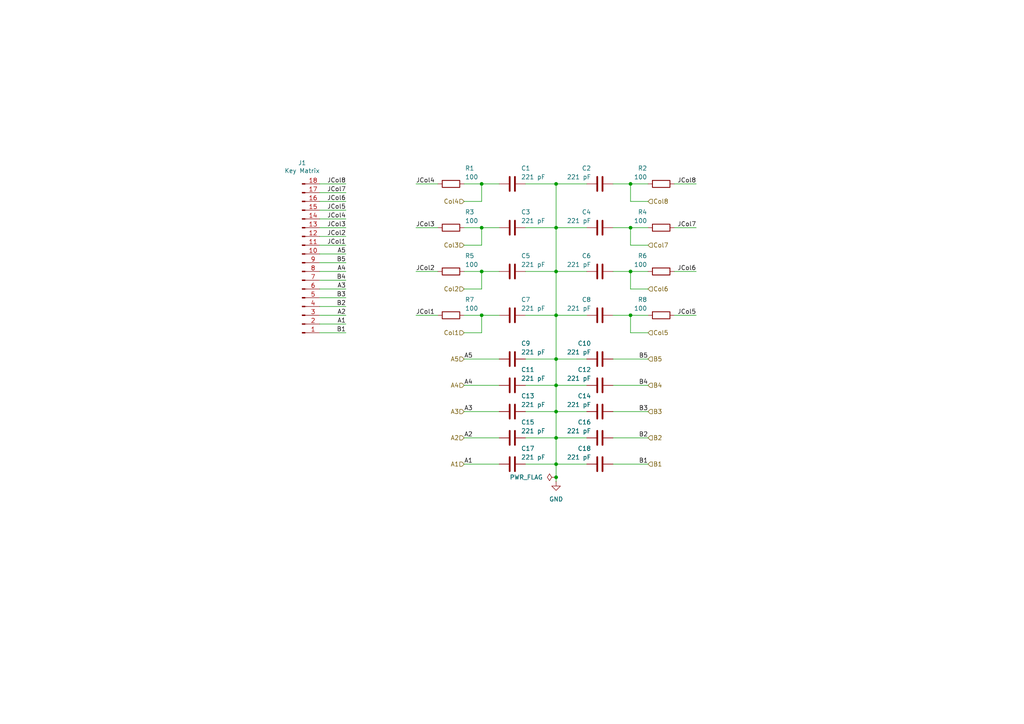
<source format=kicad_sch>
(kicad_sch (version 20250114) (generator "eeschema") (generator_version "9.0")
  (paper "A4")
  (lib_symbols
    (symbol "Connector:Conn_01x18_Pin" (pin_names (offset 1.016) (hide yes))
      (property "Reference" "J" (at 0 22.86 0))
      (property "Value" "Conn_01x18_Pin" (at 0 -25.4 0))
      (symbol "Conn_01x18_Pin_1_1"
        (rectangle (start 0.8636 20.447) (end 0 20.193) (stroke (width 0.1524)) (fill (type outline)))
        (rectangle (start 0.8636 17.907) (end 0 17.653) (stroke (width 0.1524)) (fill (type outline)))
        (rectangle (start 0.8636 15.367) (end 0 15.113) (stroke (width 0.1524)) (fill (type outline)))
        (rectangle (start 0.8636 12.827) (end 0 12.573) (stroke (width 0.1524)) (fill (type outline)))
        (rectangle (start 0.8636 10.287) (end 0 10.033) (stroke (width 0.1524)) (fill (type outline)))
        (rectangle (start 0.8636 7.747) (end 0 7.493) (stroke (width 0.1524)) (fill (type outline)))
        (rectangle (start 0.8636 5.207) (end 0 4.953) (stroke (width 0.1524)) (fill (type outline)))
        (rectangle (start 0.8636 2.667) (end 0 2.413) (stroke (width 0.1524)) (fill (type outline)))
        (rectangle (start 0.8636 0.127) (end 0 -0.127) (stroke (width 0.1524)) (fill (type outline)))
        (rectangle (start 0.8636 -2.413) (end 0 -2.667) (stroke (width 0.1524)) (fill (type outline)))
        (rectangle (start 0.8636 -4.953) (end 0 -5.207) (stroke (width 0.1524)) (fill (type outline)))
        (rectangle (start 0.8636 -7.493) (end 0 -7.747) (stroke (width 0.1524)) (fill (type outline)))
        (rectangle (start 0.8636 -10.033) (end 0 -10.287) (stroke (width 0.1524)) (fill (type outline)))
        (rectangle (start 0.8636 -12.573) (end 0 -12.827) (stroke (width 0.1524)) (fill (type outline)))
        (rectangle (start 0.8636 -15.113) (end 0 -15.367) (stroke (width 0.1524)) (fill (type outline)))
        (rectangle (start 0.8636 -17.653) (end 0 -17.907) (stroke (width 0.1524)) (fill (type outline)))
        (rectangle (start 0.8636 -20.193) (end 0 -20.447) (stroke (width 0.1524)) (fill (type outline)))
        (rectangle (start 0.8636 -22.733) (end 0 -22.987) (stroke (width 0.1524)) (fill (type outline)))
        (polyline (pts (xy 1.27 20.32) (xy 0.8636 20.32)) (stroke (width 0.1524)))
        (polyline (pts (xy 1.27 17.78) (xy 0.8636 17.78)) (stroke (width 0.1524)))
        (polyline (pts (xy 1.27 15.24) (xy 0.8636 15.24)) (stroke (width 0.1524)))
        (polyline (pts (xy 1.27 12.7) (xy 0.8636 12.7)) (stroke (width 0.1524)))
        (polyline (pts (xy 1.27 10.16) (xy 0.8636 10.16)) (stroke (width 0.1524)))
        (polyline (pts (xy 1.27 7.62) (xy 0.8636 7.62)) (stroke (width 0.1524)))
        (polyline (pts (xy 1.27 5.08) (xy 0.8636 5.08)) (stroke (width 0.1524)))
        (polyline (pts (xy 1.27 2.54) (xy 0.8636 2.54)) (stroke (width 0.1524)))
        (polyline (pts (xy 1.27 0) (xy 0.8636 0)) (stroke (width 0.1524)))
        (polyline (pts (xy 1.27 -2.54) (xy 0.8636 -2.54)) (stroke (width 0.1524)))
        (polyline (pts (xy 1.27 -5.08) (xy 0.8636 -5.08)) (stroke (width 0.1524)))
        (polyline (pts (xy 1.27 -7.62) (xy 0.8636 -7.62)) (stroke (width 0.1524)))
        (polyline (pts (xy 1.27 -10.16) (xy 0.8636 -10.16)) (stroke (width 0.1524)))
        (polyline (pts (xy 1.27 -12.7) (xy 0.8636 -12.7)) (stroke (width 0.1524)))
        (polyline (pts (xy 1.27 -15.24) (xy 0.8636 -15.24)) (stroke (width 0.1524)))
        (polyline (pts (xy 1.27 -17.78) (xy 0.8636 -17.78)) (stroke (width 0.1524)))
        (polyline (pts (xy 1.27 -20.32) (xy 0.8636 -20.32)) (stroke (width 0.1524)))
        (polyline (pts (xy 1.27 -22.86) (xy 0.8636 -22.86)) (stroke (width 0.1524)))
        (pin passive line (at 5.08 20.32 180) (length 3.81) (name "Pin_1") (number "1"))
        (pin passive line (at 5.08 17.78 180) (length 3.81) (name "Pin_2") (number "2"))
        (pin passive line (at 5.08 15.24 180) (length 3.81) (name "Pin_3") (number "3"))
        (pin passive line (at 5.08 12.7 180) (length 3.81) (name "Pin_4") (number "4"))
        (pin passive line (at 5.08 10.16 180) (length 3.81) (name "Pin_5") (number "5"))
        (pin passive line (at 5.08 7.62 180) (length 3.81) (name "Pin_6") (number "6"))
        (pin passive line (at 5.08 5.08 180) (length 3.81) (name "Pin_7") (number "7"))
        (pin passive line (at 5.08 2.54 180) (length 3.81) (name "Pin_8") (number "8"))
        (pin passive line (at 5.08 0 180) (length 3.81) (name "Pin_9") (number "9"))
        (pin passive line (at 5.08 -2.54 180) (length 3.81) (name "Pin_10") (number "10"))
        (pin passive line (at 5.08 -5.08 180) (length 3.81) (name "Pin_11") (number "11"))
        (pin passive line (at 5.08 -7.62 180) (length 3.81) (name "Pin_12") (number "12"))
        (pin passive line (at 5.08 -10.16 180) (length 3.81) (name "Pin_13") (number "13"))
        (pin passive line (at 5.08 -12.7 180) (length 3.81) (name "Pin_14") (number "14"))
        (pin passive line (at 5.08 -15.24 180) (length 3.81) (name "Pin_15") (number "15"))
        (pin passive line (at 5.08 -17.78 180) (length 3.81) (name "Pin_16") (number "16"))
        (pin passive line (at 5.08 -20.32 180) (length 3.81) (name "Pin_17") (number "17"))
        (pin passive line (at 5.08 -22.86 180) (length 3.81) (name "Pin_18") (number "18"))
      )
    )
    (symbol "Device:C" (pin_numbers (hide yes)) (pin_names (offset 0.254))
      (property "Reference" "C" (at 0.635 2.54 0))
      (property "Value" "C" (at 0.635 -2.54 0))
      (symbol "C_0_1"
        (polyline (pts (xy -2.032 0.762) (xy 2.032 0.762)) (stroke (width 0.508)))
        (polyline (pts (xy -2.032 -0.762) (xy 2.032 -0.762)) (stroke (width 0.508)))
      )
      (symbol "C_1_1"
        (pin passive line (at 0 3.81 270) (length 2.794) (name "~") (number "1"))
        (pin passive line (at 0 -3.81 90) (length 2.794) (name "~") (number "2"))
      )
    )
    (symbol "Device:R" (pin_numbers (hide yes)) (pin_names (offset 0))
      (property "Reference" "R" (at 2.032 0 90))
      (property "Value" "R" (at 0 0 90))
      (symbol "R_0_1"
        (rectangle (start -1.016 -2.54) (end 1.016 2.54) (stroke (width 0.254)))
      )
      (symbol "R_1_1"
        (pin passive line (at 0 3.81 270) (length 1.27) (name "~") (number "1"))
        (pin passive line (at 0 -3.81 90) (length 1.27) (name "~") (number "2"))
      )
    )
    (symbol "power:GND" (power) (pin_numbers (hide yes)) (pin_names (offset 0) (hide yes))
      (property "Value" "GND" (at 0 -3.81 0))
      (symbol "GND_0_1"
        (polyline (pts (xy 0 0) (xy 0 -1.27) (xy 1.27 -1.27) (xy 0 -2.54) (xy -1.27 -1.27) (xy 0 -1.27)))
      )
      (symbol "GND_1_1"
        (pin power_in line (at 0 0 270) (length 0) (name "~") (number "1"))
      )
    )
    (symbol "power:PWR_FLAG" (power) (pin_numbers (hide yes)) (pin_names (offset 0) (hide yes))
      (property "Value" "PWR_FLAG" (at 0 3.81 0))
      (symbol "PWR_FLAG_0_0"
        (pin power_out line (at 0 0 90) (length 0) (name "~") (number "1"))
      )
      (symbol "PWR_FLAG_0_1"
        (polyline (pts (xy 0 0) (xy 0 1.27) (xy -1.016 1.905) (xy 0 2.54) (xy 1.016 1.905) (xy 0 1.27)))
      )
    )
  )
  (junction (at 139.7 91.44))
  (junction (at 161.29 78.74))
  (junction (at 161.29 53.34))
  (junction (at 161.29 127))
  (junction (at 182.88 53.34))
  (junction (at 161.29 91.44))
  (junction (at 182.88 78.74))
  (junction (at 161.29 104.14))
  (junction (at 139.7 78.74))
  (junction (at 161.29 138.43))
  (junction (at 182.88 91.44))
  (junction (at 139.7 53.34))
  (junction (at 161.29 134.62))
  (junction (at 182.88 66.04))
  (junction (at 139.7 66.04))
  (junction (at 161.29 66.04))
  (junction (at 161.29 119.38))
  (junction (at 161.29 111.76))
  (wire (pts (xy 187.96 66.04) (xy 182.88 66.04)))
  (wire (pts (xy 201.93 78.74) (xy 195.58 78.74)))
  (wire (pts (xy 100.33 76.2) (xy 92.71 76.2)))
  (wire (pts (xy 182.88 96.52) (xy 187.96 96.52)))
  (wire (pts (xy 139.7 53.34) (xy 144.78 53.34)))
  (wire (pts (xy 139.7 78.74) (xy 144.78 78.74)))
  (wire (pts (xy 139.7 91.44) (xy 144.78 91.44)))
  (wire (pts (xy 134.62 111.76) (xy 144.78 111.76)))
  (wire (pts (xy 161.29 111.76) (xy 170.18 111.76)))
  (wire (pts (xy 100.33 58.42) (xy 92.71 58.42)))
  (wire (pts (xy 152.4 91.44) (xy 161.29 91.44)))
  (wire (pts (xy 139.7 91.44) (xy 139.7 96.52)))
  (wire (pts (xy 120.65 91.44) (xy 127 91.44)))
  (wire (pts (xy 161.29 119.38) (xy 170.18 119.38)))
  (wire (pts (xy 161.29 78.74) (xy 161.29 91.44)))
  (wire (pts (xy 134.62 66.04) (xy 139.7 66.04)))
  (wire (pts (xy 152.4 66.04) (xy 161.29 66.04)))
  (wire (pts (xy 139.7 83.82) (xy 134.62 83.82)))
  (wire (pts (xy 182.88 78.74) (xy 177.8 78.74)))
  (wire (pts (xy 177.8 119.38) (xy 187.96 119.38)))
  (wire (pts (xy 161.29 138.43) (xy 161.29 139.7)))
  (wire (pts (xy 177.8 127) (xy 187.96 127)))
  (wire (pts (xy 100.33 60.96) (xy 92.71 60.96)))
  (wire (pts (xy 120.65 66.04) (xy 127 66.04)))
  (wire (pts (xy 161.29 104.14) (xy 170.18 104.14)))
  (wire (pts (xy 92.71 96.52) (xy 100.33 96.52)))
  (wire (pts (xy 182.88 53.34) (xy 182.88 58.42)))
  (wire (pts (xy 120.65 78.74) (xy 127 78.74)))
  (wire (pts (xy 139.7 53.34) (xy 139.7 58.42)))
  (wire (pts (xy 182.88 78.74) (xy 182.88 83.82)))
  (wire (pts (xy 139.7 66.04) (xy 139.7 71.12)))
  (wire (pts (xy 195.58 53.34) (xy 201.93 53.34)))
  (wire (pts (xy 139.7 96.52) (xy 134.62 96.52)))
  (wire (pts (xy 100.33 68.58) (xy 92.71 68.58)))
  (wire (pts (xy 134.62 104.14) (xy 144.78 104.14)))
  (wire (pts (xy 161.29 134.62) (xy 161.29 138.43)))
  (wire (pts (xy 100.33 71.12) (xy 92.71 71.12)))
  (wire (pts (xy 161.29 91.44) (xy 170.18 91.44)))
  (wire (pts (xy 187.96 104.14) (xy 177.8 104.14)))
  (wire (pts (xy 100.33 55.88) (xy 92.71 55.88)))
  (wire (pts (xy 182.88 91.44) (xy 182.88 96.52)))
  (wire (pts (xy 120.65 53.34) (xy 127 53.34)))
  (wire (pts (xy 152.4 127) (xy 161.29 127)))
  (wire (pts (xy 139.7 66.04) (xy 144.78 66.04)))
  (wire (pts (xy 152.4 53.34) (xy 161.29 53.34)))
  (wire (pts (xy 182.88 58.42) (xy 187.96 58.42)))
  (wire (pts (xy 139.7 78.74) (xy 139.7 83.82)))
  (wire (pts (xy 182.88 53.34) (xy 177.8 53.34)))
  (wire (pts (xy 182.88 66.04) (xy 182.88 71.12)))
  (wire (pts (xy 187.96 91.44) (xy 182.88 91.44)))
  (wire (pts (xy 161.29 78.74) (xy 170.18 78.74)))
  (wire (pts (xy 161.29 127) (xy 170.18 127)))
  (wire (pts (xy 182.88 66.04) (xy 177.8 66.04)))
  (wire (pts (xy 161.29 53.34) (xy 170.18 53.34)))
  (wire (pts (xy 161.29 127) (xy 161.29 134.62)))
  (wire (pts (xy 139.7 58.42) (xy 134.62 58.42)))
  (wire (pts (xy 134.62 53.34) (xy 139.7 53.34)))
  (wire (pts (xy 134.62 78.74) (xy 139.7 78.74)))
  (wire (pts (xy 152.4 119.38) (xy 161.29 119.38)))
  (wire (pts (xy 161.29 66.04) (xy 170.18 66.04)))
  (wire (pts (xy 161.29 111.76) (xy 161.29 119.38)))
  (wire (pts (xy 161.29 134.62) (xy 170.18 134.62)))
  (wire (pts (xy 182.88 71.12) (xy 187.96 71.12)))
  (wire (pts (xy 177.8 111.76) (xy 187.96 111.76)))
  (wire (pts (xy 100.33 53.34) (xy 92.71 53.34)))
  (wire (pts (xy 134.62 91.44) (xy 139.7 91.44)))
  (wire (pts (xy 100.33 63.5) (xy 92.71 63.5)))
  (wire (pts (xy 161.29 119.38) (xy 161.29 127)))
  (wire (pts (xy 161.29 104.14) (xy 161.29 111.76)))
  (wire (pts (xy 139.7 71.12) (xy 134.62 71.12)))
  (wire (pts (xy 92.71 88.9) (xy 100.33 88.9)))
  (wire (pts (xy 177.8 134.62) (xy 187.96 134.62)))
  (wire (pts (xy 161.29 91.44) (xy 161.29 104.14)))
  (wire (pts (xy 152.4 111.76) (xy 161.29 111.76)))
  (wire (pts (xy 92.71 86.36) (xy 100.33 86.36)))
  (wire (pts (xy 100.33 66.04) (xy 92.71 66.04)))
  (wire (pts (xy 92.71 83.82) (xy 100.33 83.82)))
  (wire (pts (xy 161.29 66.04) (xy 161.29 78.74)))
  (wire (pts (xy 100.33 78.74) (xy 92.71 78.74)))
  (wire (pts (xy 100.33 73.66) (xy 92.71 73.66)))
  (wire (pts (xy 100.33 93.98) (xy 92.71 93.98)))
  (wire (pts (xy 134.62 119.38) (xy 144.78 119.38)))
  (wire (pts (xy 195.58 66.04) (xy 201.93 66.04)))
  (wire (pts (xy 100.33 81.28) (xy 92.71 81.28)))
  (wire (pts (xy 134.62 134.62) (xy 144.78 134.62)))
  (wire (pts (xy 152.4 134.62) (xy 161.29 134.62)))
  (wire (pts (xy 187.96 53.34) (xy 182.88 53.34)))
  (wire (pts (xy 161.29 53.34) (xy 161.29 66.04)))
  (wire (pts (xy 92.71 91.44) (xy 100.33 91.44)))
  (wire (pts (xy 152.4 104.14) (xy 161.29 104.14)))
  (wire (pts (xy 152.4 78.74) (xy 161.29 78.74)))
  (wire (pts (xy 195.58 91.44) (xy 201.93 91.44)))
  (wire (pts (xy 134.62 127) (xy 144.78 127)))
  (wire (pts (xy 182.88 83.82) (xy 187.96 83.82)))
  (wire (pts (xy 187.96 78.74) (xy 182.88 78.74)))
  (wire (pts (xy 182.88 91.44) (xy 177.8 91.44)))
  (label "A3" (at 100.33 83.82 180))
  (label "B4" (at 187.96 111.76 180))
  (label "JCol2" (at 100.33 68.58 180))
  (label "A2" (at 100.33 91.44 180))
  (label "A1" (at 100.33 93.98 180))
  (label "JCol3" (at 120.65 66.04 0))
  (label "B3" (at 100.33 86.36 180))
  (label "JCol1" (at 120.65 91.44 0))
  (label "A5" (at 134.62 104.14 0))
  (label "JCol4" (at 100.33 63.5 180))
  (label "JCol2" (at 120.65 78.74 0))
  (label "JCol3" (at 100.33 66.04 180))
  (label "A5" (at 100.33 73.66 180))
  (label "B1" (at 100.33 96.52 180))
  (label "JCol6" (at 201.93 78.74 180))
  (label "B5" (at 187.96 104.14 180))
  (label "B1" (at 187.96 134.62 180))
  (label "JCol4" (at 120.65 53.34 0))
  (label "JCol5" (at 201.93 91.44 180))
  (label "B4" (at 100.33 81.28 180))
  (label "JCol8" (at 100.33 53.34 180))
  (label "A4" (at 134.62 111.76 0))
  (label "A3" (at 134.62 119.38 0))
  (label "A1" (at 134.62 134.62 0))
  (label "JCol8" (at 201.93 53.34 180))
  (label "B2" (at 100.33 88.9 180))
  (label "JCol1" (at 100.33 71.12 180))
  (label "JCol7" (at 201.93 66.04 180))
  (label "B3" (at 187.96 119.38 180))
  (label "B2" (at 187.96 127 180))
  (label "A2" (at 134.62 127 0))
  (label "JCol7" (at 100.33 55.88 180))
  (label "A4" (at 100.33 78.74 180))
  (label "JCol6" (at 100.33 58.42 180))
  (label "B5" (at 100.33 76.2 180))
  (label "JCol5" (at 100.33 60.96 180))
  (hierarchical_label "A3" (shape input) (at 134.62 119.38 180))
  (hierarchical_label "Col7" (shape input) (at 187.96 71.12 0))
  (hierarchical_label "Col2" (shape input) (at 134.62 83.82 180))
  (hierarchical_label "Col6" (shape input) (at 187.96 83.82 0))
  (hierarchical_label "A5" (shape input) (at 134.62 104.14 180))
  (hierarchical_label "Col8" (shape input) (at 187.96 58.42 0))
  (hierarchical_label "B2" (shape input) (at 187.96 127 0))
  (hierarchical_label "B5" (shape input) (at 187.96 104.14 0))
  (hierarchical_label "Col1" (shape input) (at 134.62 96.52 180))
  (hierarchical_label "B3" (shape input) (at 187.96 119.38 0))
  (hierarchical_label "B1" (shape input) (at 187.96 134.62 0))
  (hierarchical_label "A4" (shape input) (at 134.62 111.76 180))
  (hierarchical_label "A2" (shape input) (at 134.62 127 180))
  (hierarchical_label "A1" (shape input) (at 134.62 134.62 180))
  (hierarchical_label "Col4" (shape input) (at 134.62 58.42 180))
  (hierarchical_label "B4" (shape input) (at 187.96 111.76 0))
  (hierarchical_label "Col3" (shape input) (at 134.62 71.12 180))
  (hierarchical_label "Col5" (shape input) (at 187.96 96.52 0))
  (symbol (lib_id "Device:C") (at 148.59 53.34 90) (unit 1)
    (property "Reference" "C1" (at 151.13 49.53 90) (effects (justify right top)))
    (property "Value" "221 pF" (at 151.13 52.07 90) (effects (justify right top)))
    (property "Description" "Unpolarized capacitor" (effects (hide yes)))
  )
  (symbol (lib_id "Device:R") (at 130.81 78.74 270) (unit 1)
    (property "Reference" "R5" (at 134.874 74.93 90) (effects (justify left bottom)))
    (property "Value" "100" (at 134.874 77.47 90) (effects (justify left bottom)))
    (property "Description" "Resistor" (effects (hide yes)))
  )
  (symbol (lib_id "Device:R") (at 130.81 66.04 270) (unit 1)
    (property "Reference" "R3" (at 134.874 62.23 90) (effects (justify left bottom)))
    (property "Value" "100" (at 134.874 64.77 90) (effects (justify left bottom)))
    (property "Description" "Resistor" (effects (hide yes)))
  )
  (symbol (lib_id "Device:C") (at 173.99 104.14 270) (mirror x) (unit 1)
    (property "Reference" "C10" (at 171.45 100.33 90) (effects (justify right top)))
    (property "Value" "221 pF" (at 171.45 102.87 90) (effects (justify right top)))
    (property "Description" "Unpolarized capacitor" (effects (hide yes)))
  )
  (symbol (lib_id "Device:C") (at 148.59 111.76 90) (unit 1)
    (property "Reference" "C11" (at 151.13 107.95 90) (effects (justify right top)))
    (property "Value" "221 pF" (at 151.13 110.49 90) (effects (justify right top)))
    (property "Description" "Unpolarized capacitor" (effects (hide yes)))
  )
  (symbol (lib_id "Device:C") (at 173.99 111.76 270) (mirror x) (unit 1)
    (property "Reference" "C12" (at 171.45 107.95 90) (effects (justify right top)))
    (property "Value" "221 pF" (at 171.45 110.49 90) (effects (justify right top)))
    (property "Description" "Unpolarized capacitor" (effects (hide yes)))
  )
  (symbol (lib_id "Device:C") (at 173.99 53.34 270) (mirror x) (unit 1)
    (property "Reference" "C2" (at 171.45 49.53 90) (effects (justify right top)))
    (property "Value" "221 pF" (at 171.45 52.07 90) (effects (justify right top)))
    (property "Description" "Unpolarized capacitor" (effects (hide yes)))
  )
  (symbol (lib_id "Device:R") (at 191.77 53.34 90) (mirror x) (unit 1)
    (property "Reference" "R2" (at 187.706 49.53 90) (effects (justify left bottom)))
    (property "Value" "100" (at 187.706 52.07 90) (effects (justify left bottom)))
    (property "Description" "Resistor" (effects (hide yes)))
  )
  (symbol (lib_id "Device:C") (at 148.59 66.04 90) (unit 1)
    (property "Reference" "C3" (at 151.13 62.23 90) (effects (justify right top)))
    (property "Value" "221 pF" (at 151.13 64.77 90) (effects (justify right top)))
    (property "Description" "Unpolarized capacitor" (effects (hide yes)))
  )
  (symbol (lib_id "Connector:Conn_01x18_Pin") (at 87.63 76.2 0) (mirror x) (unit 1)
    (property "Reference" "J1" (at 87.63 47.244 0))
    (property "Value" "Key Matrix" (at 87.63 49.53 0))
    (property "Footprint" "Connector_FFC-FPC:JUSHUO_AFA07-S18FCA-00_1x18-1MP_P1.0mm_Horizontal" (effects (hide yes)))
    (property "Description" "Generic connector, single row, 01x18, script generated" (effects (hide yes)))
  )
  (symbol (lib_id "Device:C") (at 173.99 134.62 270) (mirror x) (unit 1)
    (property "Reference" "C18" (at 171.45 130.81 90) (effects (justify right top)))
    (property "Value" "221 pF" (at 171.45 133.35 90) (effects (justify right top)))
    (property "Description" "Unpolarized capacitor" (effects (hide yes)))
  )
  (symbol (lib_id "Device:C") (at 148.59 91.44 90) (unit 1)
    (property "Reference" "C7" (at 151.13 87.63 90) (effects (justify right top)))
    (property "Value" "221 pF" (at 151.13 90.17 90) (effects (justify right top)))
    (property "Description" "Unpolarized capacitor" (effects (hide yes)))
  )
  (symbol (lib_id "Device:C") (at 148.59 119.38 90) (unit 1)
    (property "Reference" "C13" (at 151.13 115.57 90) (effects (justify right top)))
    (property "Value" "221 pF" (at 151.13 118.11 90) (effects (justify right top)))
    (property "Description" "Unpolarized capacitor" (effects (hide yes)))
  )
  (symbol (lib_id "Device:C") (at 173.99 119.38 270) (mirror x) (unit 1)
    (property "Reference" "C14" (at 171.45 115.57 90) (effects (justify right top)))
    (property "Value" "221 pF" (at 171.45 118.11 90) (effects (justify right top)))
    (property "Description" "Unpolarized capacitor" (effects (hide yes)))
  )
  (symbol (lib_id "Device:R") (at 130.81 91.44 270) (unit 1)
    (property "Reference" "R7" (at 134.874 87.63 90) (effects (justify left bottom)))
    (property "Value" "100" (at 134.874 90.17 90) (effects (justify left bottom)))
    (property "Description" "Resistor" (effects (hide yes)))
  )
  (symbol (lib_id "Device:R") (at 130.81 53.34 270) (unit 1)
    (property "Reference" "R1" (at 134.874 49.53 90) (effects (justify left bottom)))
    (property "Value" "100" (at 134.874 52.07 90) (effects (justify left bottom)))
    (property "Description" "Resistor" (effects (hide yes)))
  )
  (symbol (lib_id "Device:R") (at 191.77 78.74 90) (mirror x) (unit 1)
    (property "Reference" "R6" (at 187.706 74.93 90) (effects (justify left bottom)))
    (property "Value" "100" (at 187.706 77.47 90) (effects (justify left bottom)))
    (property "Description" "Resistor" (effects (hide yes)))
  )
  (symbol (lib_id "Device:C") (at 148.59 127 90) (unit 1)
    (property "Reference" "C15" (at 151.13 123.19 90) (effects (justify right top)))
    (property "Value" "221 pF" (at 151.13 125.73 90) (effects (justify right top)))
    (property "Description" "Unpolarized capacitor" (effects (hide yes)))
  )
  (symbol (lib_id "Device:C") (at 173.99 127 270) (mirror x) (unit 1)
    (property "Reference" "C16" (at 171.45 123.19 90) (effects (justify right top)))
    (property "Value" "221 pF" (at 171.45 125.73 90) (effects (justify right top)))
    (property "Description" "Unpolarized capacitor" (effects (hide yes)))
  )
  (symbol (lib_id "Device:C") (at 148.59 78.74 90) (unit 1)
    (property "Reference" "C5" (at 151.13 74.93 90) (effects (justify right top)))
    (property "Value" "221 pF" (at 151.13 77.47 90) (effects (justify right top)))
    (property "Description" "Unpolarized capacitor" (effects (hide yes)))
  )
  (symbol (lib_id "Device:C") (at 173.99 78.74 270) (mirror x) (unit 1)
    (property "Reference" "C6" (at 171.45 74.93 90) (effects (justify right top)))
    (property "Value" "221 pF" (at 171.45 77.47 90) (effects (justify right top)))
    (property "Description" "Unpolarized capacitor" (effects (hide yes)))
  )
  (symbol (lib_id "Device:C") (at 148.59 104.14 90) (unit 1)
    (property "Reference" "C9" (at 151.13 100.33 90) (effects (justify right top)))
    (property "Value" "221 pF" (at 151.13 102.87 90) (effects (justify right top)))
    (property "Description" "Unpolarized capacitor" (effects (hide yes)))
  )
  (symbol (lib_id "power:PWR_FLAG") (at 161.29 138.43 90) (unit 1)
    (property "Reference" "#FLG02" (effects (hide yes)))
    (property "Value" "PWR_FLAG" (at 157.48 138.4299 90) (effects (justify left)))
    (property "Description" "Special symbol for telling ERC where power comes from" (effects (hide yes)))
  )
  (symbol (lib_id "power:GND") (at 161.29 139.7 0) (unit 1)
    (property "Reference" "#PWR01" (effects (hide yes)))
    (property "Value" "GND" (at 161.29 144.78 0))
    (property "Description" "Power symbol creates a global label with name \"GND\" , ground" (effects (hide yes)))
  )
  (symbol (lib_id "Device:R") (at 191.77 66.04 90) (mirror x) (unit 1)
    (property "Reference" "R4" (at 187.706 62.23 90) (effects (justify left bottom)))
    (property "Value" "100" (at 187.706 64.77 90) (effects (justify left bottom)))
    (property "Description" "Resistor" (effects (hide yes)))
  )
  (symbol (lib_id "Device:R") (at 191.77 91.44 90) (mirror x) (unit 1)
    (property "Reference" "R8" (at 187.706 87.63 90) (effects (justify left bottom)))
    (property "Value" "100" (at 187.706 90.17 90) (effects (justify left bottom)))
    (property "Description" "Resistor" (effects (hide yes)))
  )
  (symbol (lib_id "Device:C") (at 148.59 134.62 90) (unit 1)
    (property "Reference" "C17" (at 151.13 130.81 90) (effects (justify right top)))
    (property "Value" "221 pF" (at 151.13 133.35 90) (effects (justify right top)))
    (property "Description" "Unpolarized capacitor" (effects (hide yes)))
  )
  (symbol (lib_id "Device:C") (at 173.99 66.04 270) (mirror x) (unit 1)
    (property "Reference" "C4" (at 171.45 62.23 90) (effects (justify right top)))
    (property "Value" "221 pF" (at 171.45 64.77 90) (effects (justify right top)))
    (property "Description" "Unpolarized capacitor" (effects (hide yes)))
  )
  (symbol (lib_id "Device:C") (at 173.99 91.44 270) (mirror x) (unit 1)
    (property "Reference" "C8" (at 171.45 87.63 90) (effects (justify right top)))
    (property "Value" "221 pF" (at 171.45 90.17 90) (effects (justify right top)))
    (property "Description" "Unpolarized capacitor" (effects (hide yes)))
  )
)
</source>
